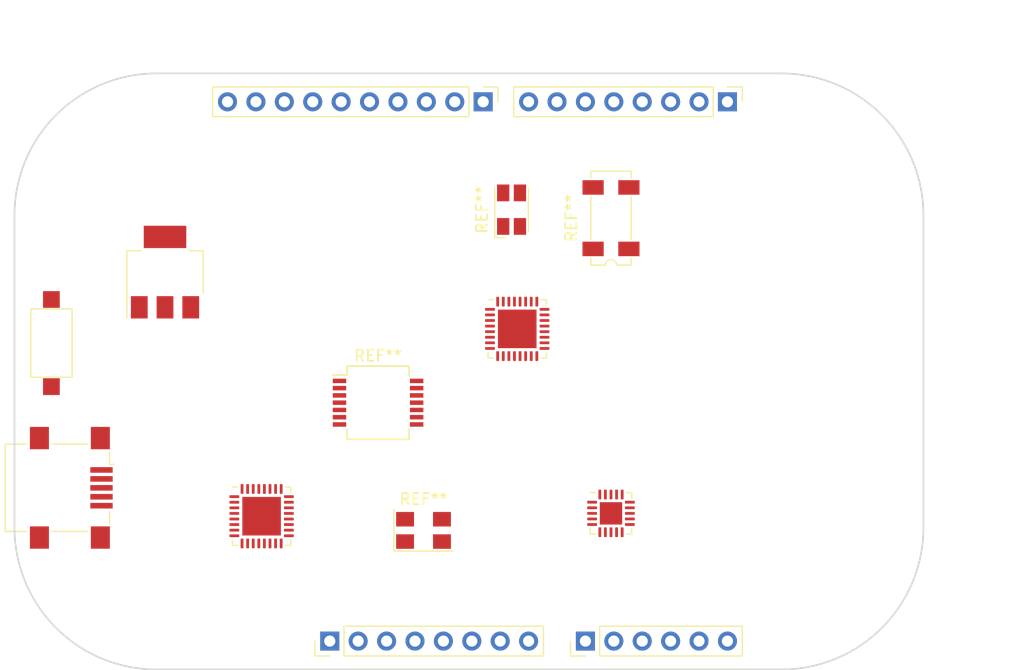
<source format=kicad_pcb>
(kicad_pcb (version 20171130) (host pcbnew 5.1.10-1.fc33)

  (general
    (thickness 1.6)
    (drawings 11)
    (tracks 0)
    (zones 0)
    (modules 14)
    (nets 1)
  )

  (page A4)
  (layers
    (0 F.Cu signal)
    (31 B.Cu signal)
    (32 B.Adhes user)
    (33 F.Adhes user)
    (34 B.Paste user)
    (35 F.Paste user)
    (36 B.SilkS user)
    (37 F.SilkS user)
    (38 B.Mask user)
    (39 F.Mask user)
    (40 Dwgs.User user)
    (41 Cmts.User user)
    (42 Eco1.User user)
    (43 Eco2.User user)
    (44 Edge.Cuts user)
    (45 Margin user)
    (46 B.CrtYd user)
    (47 F.CrtYd user)
    (48 B.Fab user hide)
    (49 F.Fab user hide)
  )

  (setup
    (last_trace_width 0.25)
    (trace_clearance 0.2)
    (zone_clearance 0.508)
    (zone_45_only no)
    (trace_min 0.2)
    (via_size 0.8)
    (via_drill 0.4)
    (via_min_size 0.4)
    (via_min_drill 0.3)
    (uvia_size 0.3)
    (uvia_drill 0.1)
    (uvias_allowed no)
    (uvia_min_size 0.2)
    (uvia_min_drill 0.1)
    (edge_width 0.05)
    (segment_width 0.2)
    (pcb_text_width 0.3)
    (pcb_text_size 1.5 1.5)
    (mod_edge_width 0.12)
    (mod_text_size 1 1)
    (mod_text_width 0.15)
    (pad_size 1.524 1.524)
    (pad_drill 0.762)
    (pad_to_mask_clearance 0)
    (aux_axis_origin 143.764 118.11)
    (visible_elements FFFFFF7F)
    (pcbplotparams
      (layerselection 0x010fc_ffffffff)
      (usegerberextensions false)
      (usegerberattributes true)
      (usegerberadvancedattributes true)
      (creategerberjobfile true)
      (excludeedgelayer true)
      (linewidth 0.100000)
      (plotframeref false)
      (viasonmask false)
      (mode 1)
      (useauxorigin false)
      (hpglpennumber 1)
      (hpglpenspeed 20)
      (hpglpendiameter 15.000000)
      (psnegative false)
      (psa4output false)
      (plotreference true)
      (plotvalue true)
      (plotinvisibletext false)
      (padsonsilk false)
      (subtractmaskfromsilk false)
      (outputformat 1)
      (mirror false)
      (drillshape 1)
      (scaleselection 1)
      (outputdirectory ""))
  )

  (net 0 "")

  (net_class Default "This is the default net class."
    (clearance 0.2)
    (trace_width 0.25)
    (via_dia 0.8)
    (via_drill 0.4)
    (uvia_dia 0.3)
    (uvia_drill 0.1)
  )

  (module Package_DFN_QFN:QFN-20-1EP_3.5x3.5mm_P0.5mm_EP2x2mm (layer F.Cu) (tedit 5DC5F6A3) (tstamp 619A4301)
    (at 168.91 106.68)
    (descr "QFN, 20 Pin (http://www.ti.com/lit/ml/mpqf239/mpqf239.pdf), generated with kicad-footprint-generator ipc_noLead_generator.py")
    (tags "QFN NoLead")
    (attr smd)
    (fp_text reference REF** (at 0 -3.08) (layer F.SilkS) hide
      (effects (font (size 1 1) (thickness 0.15)))
    )
    (fp_text value QFN-20-1EP_3.5x3.5mm_P0.5mm_EP2x2mm (at 0 3.08) (layer F.Fab) hide
      (effects (font (size 1 1) (thickness 0.15)))
    )
    (fp_line (start 2.38 -2.38) (end -2.38 -2.38) (layer F.CrtYd) (width 0.05))
    (fp_line (start 2.38 2.38) (end 2.38 -2.38) (layer F.CrtYd) (width 0.05))
    (fp_line (start -2.38 2.38) (end 2.38 2.38) (layer F.CrtYd) (width 0.05))
    (fp_line (start -2.38 -2.38) (end -2.38 2.38) (layer F.CrtYd) (width 0.05))
    (fp_line (start -1.75 -0.875) (end -0.875 -1.75) (layer F.Fab) (width 0.1))
    (fp_line (start -1.75 1.75) (end -1.75 -0.875) (layer F.Fab) (width 0.1))
    (fp_line (start 1.75 1.75) (end -1.75 1.75) (layer F.Fab) (width 0.1))
    (fp_line (start 1.75 -1.75) (end 1.75 1.75) (layer F.Fab) (width 0.1))
    (fp_line (start -0.875 -1.75) (end 1.75 -1.75) (layer F.Fab) (width 0.1))
    (fp_line (start -1.385 -1.86) (end -1.86 -1.86) (layer F.SilkS) (width 0.12))
    (fp_line (start 1.86 1.86) (end 1.86 1.385) (layer F.SilkS) (width 0.12))
    (fp_line (start 1.385 1.86) (end 1.86 1.86) (layer F.SilkS) (width 0.12))
    (fp_line (start -1.86 1.86) (end -1.86 1.385) (layer F.SilkS) (width 0.12))
    (fp_line (start -1.385 1.86) (end -1.86 1.86) (layer F.SilkS) (width 0.12))
    (fp_line (start 1.86 -1.86) (end 1.86 -1.385) (layer F.SilkS) (width 0.12))
    (fp_line (start 1.385 -1.86) (end 1.86 -1.86) (layer F.SilkS) (width 0.12))
    (fp_text user %R (at 0 0) (layer F.Fab) hide
      (effects (font (size 0.88 0.88) (thickness 0.13)))
    )
    (pad "" smd roundrect (at 0.5 0.5) (size 0.81 0.81) (layers F.Paste) (roundrect_rratio 0.25))
    (pad "" smd roundrect (at 0.5 -0.5) (size 0.81 0.81) (layers F.Paste) (roundrect_rratio 0.25))
    (pad "" smd roundrect (at -0.5 0.5) (size 0.81 0.81) (layers F.Paste) (roundrect_rratio 0.25))
    (pad "" smd roundrect (at -0.5 -0.5) (size 0.81 0.81) (layers F.Paste) (roundrect_rratio 0.25))
    (pad 21 smd rect (at 0 0) (size 2 2) (layers F.Cu F.Mask))
    (pad 20 smd roundrect (at -1 -1.6875) (size 0.25 0.875) (layers F.Cu F.Paste F.Mask) (roundrect_rratio 0.25))
    (pad 19 smd roundrect (at -0.5 -1.6875) (size 0.25 0.875) (layers F.Cu F.Paste F.Mask) (roundrect_rratio 0.25))
    (pad 18 smd roundrect (at 0 -1.6875) (size 0.25 0.875) (layers F.Cu F.Paste F.Mask) (roundrect_rratio 0.25))
    (pad 17 smd roundrect (at 0.5 -1.6875) (size 0.25 0.875) (layers F.Cu F.Paste F.Mask) (roundrect_rratio 0.25))
    (pad 16 smd roundrect (at 1 -1.6875) (size 0.25 0.875) (layers F.Cu F.Paste F.Mask) (roundrect_rratio 0.25))
    (pad 15 smd roundrect (at 1.6875 -1) (size 0.875 0.25) (layers F.Cu F.Paste F.Mask) (roundrect_rratio 0.25))
    (pad 14 smd roundrect (at 1.6875 -0.5) (size 0.875 0.25) (layers F.Cu F.Paste F.Mask) (roundrect_rratio 0.25))
    (pad 13 smd roundrect (at 1.6875 0) (size 0.875 0.25) (layers F.Cu F.Paste F.Mask) (roundrect_rratio 0.25))
    (pad 12 smd roundrect (at 1.6875 0.5) (size 0.875 0.25) (layers F.Cu F.Paste F.Mask) (roundrect_rratio 0.25))
    (pad 11 smd roundrect (at 1.6875 1) (size 0.875 0.25) (layers F.Cu F.Paste F.Mask) (roundrect_rratio 0.25))
    (pad 10 smd roundrect (at 1 1.6875) (size 0.25 0.875) (layers F.Cu F.Paste F.Mask) (roundrect_rratio 0.25))
    (pad 9 smd roundrect (at 0.5 1.6875) (size 0.25 0.875) (layers F.Cu F.Paste F.Mask) (roundrect_rratio 0.25))
    (pad 8 smd roundrect (at 0 1.6875) (size 0.25 0.875) (layers F.Cu F.Paste F.Mask) (roundrect_rratio 0.25))
    (pad 7 smd roundrect (at -0.5 1.6875) (size 0.25 0.875) (layers F.Cu F.Paste F.Mask) (roundrect_rratio 0.25))
    (pad 6 smd roundrect (at -1 1.6875) (size 0.25 0.875) (layers F.Cu F.Paste F.Mask) (roundrect_rratio 0.25))
    (pad 5 smd roundrect (at -1.6875 1) (size 0.875 0.25) (layers F.Cu F.Paste F.Mask) (roundrect_rratio 0.25))
    (pad 4 smd roundrect (at -1.6875 0.5) (size 0.875 0.25) (layers F.Cu F.Paste F.Mask) (roundrect_rratio 0.25))
    (pad 3 smd roundrect (at -1.6875 0) (size 0.875 0.25) (layers F.Cu F.Paste F.Mask) (roundrect_rratio 0.25))
    (pad 2 smd roundrect (at -1.6875 -0.5) (size 0.875 0.25) (layers F.Cu F.Paste F.Mask) (roundrect_rratio 0.25))
    (pad 1 smd roundrect (at -1.6875 -1) (size 0.875 0.25) (layers F.Cu F.Paste F.Mask) (roundrect_rratio 0.25))
    (model ${KISYS3DMOD}/Package_DFN_QFN.3dshapes/QFN-20-1EP_3.5x3.5mm_P0.5mm_EP2x2mm.wrl
      (at (xyz 0 0 0))
      (scale (xyz 1 1 1))
      (rotate (xyz 0 0 0))
    )
    (model ${KISYS3DMOD}/Package_DFN_QFN.3dshapes/QFN-20-1EP_4x4mm_P0.5mm.step
      (at (xyz 0 0 0))
      (scale (xyz 1 1 1))
      (rotate (xyz 0 0 0))
    )
  )

  (module Crystal:Crystal_SMD_SeikoEpson_MC306-4Pin_8.0x3.2mm (layer F.Cu) (tedit 5A0FD1B2) (tstamp 619A3DFE)
    (at 168.91 80.264 90)
    (descr "SMD Crystal Seiko Epson MC-306 https://support.epson.biz/td/api/doc_check.php?dl=brief_MC-306_en.pdf, 8.0x3.2mm^2 package")
    (tags "SMD SMT crystal")
    (attr smd)
    (fp_text reference REF** (at 0 -3.55 90) (layer F.SilkS)
      (effects (font (size 1 1) (thickness 0.15)))
    )
    (fp_text value Crystal_SMD_SeikoEpson_MC306-4Pin_8.0x3.2mm (at 0 3.55 90) (layer F.Fab)
      (effects (font (size 1 1) (thickness 0.15)))
    )
    (fp_line (start 4.3 -2.8) (end -4.3 -2.8) (layer F.CrtYd) (width 0.05))
    (fp_line (start 4.3 2.8) (end 4.3 -2.8) (layer F.CrtYd) (width 0.05))
    (fp_line (start -4.3 2.8) (end 4.3 2.8) (layer F.CrtYd) (width 0.05))
    (fp_line (start -4.3 -2.8) (end -4.3 2.8) (layer F.CrtYd) (width 0.05))
    (fp_line (start 1.9 1.8) (end -1.9 1.8) (layer F.SilkS) (width 0.12))
    (fp_line (start -4.2 1.8) (end -3.6 1.8) (layer F.SilkS) (width 0.12))
    (fp_line (start -4.2 -1.8) (end -3.6 -1.8) (layer F.SilkS) (width 0.12))
    (fp_line (start -4.2 1.8) (end -4.2 0.5) (layer F.SilkS) (width 0.12))
    (fp_line (start -4.2 -0.5) (end -4.2 -1.8) (layer F.SilkS) (width 0.12))
    (fp_line (start -1.9 -1.8) (end 1.9 -1.8) (layer F.SilkS) (width 0.12))
    (fp_line (start 4.2 1.8) (end 3.6 1.8) (layer F.SilkS) (width 0.12))
    (fp_line (start 4.2 -1.8) (end 4.2 1.8) (layer F.SilkS) (width 0.12))
    (fp_line (start 3.6 -1.8) (end 4.2 -1.8) (layer F.SilkS) (width 0.12))
    (fp_line (start -4 1.6) (end -4 0.5) (layer F.Fab) (width 0.1))
    (fp_line (start 4 1.6) (end -4 1.6) (layer F.Fab) (width 0.1))
    (fp_line (start 4 -1.6) (end 4 1.6) (layer F.Fab) (width 0.1))
    (fp_line (start -4 -1.6) (end 4 -1.6) (layer F.Fab) (width 0.1))
    (fp_line (start -4 -0.5) (end -4 -1.6) (layer F.Fab) (width 0.1))
    (fp_arc (start -4.2 0) (end -4.2 -0.5) (angle 180) (layer F.SilkS) (width 0.12))
    (fp_arc (start -4 0) (end -4 -0.5) (angle 180) (layer F.Fab) (width 0.1))
    (fp_text user %R (at 0 0 90) (layer F.Fab)
      (effects (font (size 1 1) (thickness 0.15)))
    )
    (pad 4 smd rect (at -2.75 -1.6 90) (size 1.3 1.9) (layers F.Cu F.Paste F.Mask))
    (pad 3 smd rect (at 2.75 -1.6 90) (size 1.3 1.9) (layers F.Cu F.Paste F.Mask))
    (pad 2 smd rect (at 2.75 1.6 90) (size 1.3 1.9) (layers F.Cu F.Paste F.Mask))
    (pad 1 smd rect (at -2.75 1.6 90) (size 1.3 1.9) (layers F.Cu F.Paste F.Mask))
    (model ${KISYS3DMOD}/Crystal.3dshapes/Crystal_SMD_SeikoEpson_MC306-4Pin_8.0x3.2mm.wrl
      (at (xyz 0 0 0))
      (scale (xyz 1 1 1))
      (rotate (xyz 0 0 0))
    )
    (model ${KIPRJMOD}/crystal.step
      (offset (xyz 3 -40 1))
      (scale (xyz 1 1 1))
      (rotate (xyz -90 0 90))
    )
  )

  (module Crystal:Crystal_SMD_5032-4Pin_5.0x3.2mm (layer F.Cu) (tedit 5A0FD1B2) (tstamp 619A2BF7)
    (at 152.146 108.204)
    (descr "SMD Crystal SERIES SMD2520/4 http://www.icbase.com/File/PDF/HKC/HKC00061008.pdf, 5.0x3.2mm^2 package")
    (tags "SMD SMT crystal")
    (attr smd)
    (fp_text reference REF** (at 0 -2.8) (layer F.SilkS)
      (effects (font (size 1 1) (thickness 0.15)))
    )
    (fp_text value Crystal_SMD_5032-4Pin_5.0x3.2mm (at 0 2.8) (layer F.Fab)
      (effects (font (size 1 1) (thickness 0.15)))
    )
    (fp_line (start 2.8 -1.9) (end -2.8 -1.9) (layer F.CrtYd) (width 0.05))
    (fp_line (start 2.8 1.9) (end 2.8 -1.9) (layer F.CrtYd) (width 0.05))
    (fp_line (start -2.8 1.9) (end 2.8 1.9) (layer F.CrtYd) (width 0.05))
    (fp_line (start -2.8 -1.9) (end -2.8 1.9) (layer F.CrtYd) (width 0.05))
    (fp_line (start -2.65 1.85) (end 2.65 1.85) (layer F.SilkS) (width 0.12))
    (fp_line (start -2.65 -1.85) (end -2.65 1.85) (layer F.SilkS) (width 0.12))
    (fp_line (start -2.5 0.6) (end -1.5 1.6) (layer F.Fab) (width 0.1))
    (fp_line (start -2.5 -1.4) (end -2.3 -1.6) (layer F.Fab) (width 0.1))
    (fp_line (start -2.5 1.4) (end -2.5 -1.4) (layer F.Fab) (width 0.1))
    (fp_line (start -2.3 1.6) (end -2.5 1.4) (layer F.Fab) (width 0.1))
    (fp_line (start 2.3 1.6) (end -2.3 1.6) (layer F.Fab) (width 0.1))
    (fp_line (start 2.5 1.4) (end 2.3 1.6) (layer F.Fab) (width 0.1))
    (fp_line (start 2.5 -1.4) (end 2.5 1.4) (layer F.Fab) (width 0.1))
    (fp_line (start 2.3 -1.6) (end 2.5 -1.4) (layer F.Fab) (width 0.1))
    (fp_line (start -2.3 -1.6) (end 2.3 -1.6) (layer F.Fab) (width 0.1))
    (fp_text user %R (at 0 0) (layer F.Fab)
      (effects (font (size 1 1) (thickness 0.15)))
    )
    (pad 4 smd rect (at -1.65 -1) (size 1.6 1.3) (layers F.Cu F.Paste F.Mask))
    (pad 3 smd rect (at 1.65 -1) (size 1.6 1.3) (layers F.Cu F.Paste F.Mask))
    (pad 2 smd rect (at 1.65 1) (size 1.6 1.3) (layers F.Cu F.Paste F.Mask))
    (pad 1 smd rect (at -1.65 1) (size 1.6 1.3) (layers F.Cu F.Paste F.Mask))
    (model ${KISYS3DMOD}/Crystal.3dshapes/Crystal_SMD_5032-4Pin_5.0x3.2mm.wrl
      (at (xyz 0 0 0))
      (scale (xyz 1 1 1))
      (rotate (xyz 0 0 0))
    )
    (model ${KISYS3DMOD}/Crystal.3dshapes/Crystal_SMD_3225-4Pin_3.2x2.5mm_HandSoldering.wrl
      (at (xyz 0 0 0))
      (scale (xyz 1 1 1))
      (rotate (xyz 0 0 0))
    )
  )

  (module LED_SMD:LED_Avago_PLCC4_3.2x2.8mm_CW (layer F.Cu) (tedit 5A643BA3) (tstamp 619A0ADF)
    (at 160.02 79.502 90)
    (descr https://docs.broadcom.com/docs/AV02-4186EN)
    (tags "LED Avago PLCC-4 ASMB-MTB0-0A3A2")
    (attr smd)
    (fp_text reference REF** (at 0 -2.65 90) (layer F.SilkS)
      (effects (font (size 1 1) (thickness 0.15)))
    )
    (fp_text value LED_Avago_PLCC4_3.2x2.8mm_CW (at 0 2.65 90) (layer F.Fab)
      (effects (font (size 1 1) (thickness 0.15)))
    )
    (fp_circle (center 0 0) (end 1.12 0) (layer F.Fab) (width 0.1))
    (fp_line (start 2.5 1.65) (end -2.5 1.65) (layer F.CrtYd) (width 0.05))
    (fp_line (start 2.5 1.65) (end 2.5 -1.65) (layer F.CrtYd) (width 0.05))
    (fp_line (start -2.5 -1.65) (end -2.5 1.65) (layer F.CrtYd) (width 0.05))
    (fp_line (start -2.5 -1.65) (end 2.5 -1.65) (layer F.CrtYd) (width 0.05))
    (fp_line (start -1.95 1.5) (end 1.95 1.5) (layer F.SilkS) (width 0.12))
    (fp_line (start -2.500044 -1.5) (end 1.95 -1.5) (layer F.SilkS) (width 0.12))
    (fp_line (start -2.5 -0.7) (end -2.5 -1.5) (layer F.SilkS) (width 0.12))
    (fp_line (start 1.6 -1.4) (end -1.6 -1.4) (layer F.Fab) (width 0.1))
    (fp_line (start 1.6 1.4) (end 1.6 -1.4) (layer F.Fab) (width 0.1))
    (fp_line (start -1.6 1.4) (end 1.6 1.4) (layer F.Fab) (width 0.1))
    (fp_line (start -1.6 -1.4) (end -1.6 1.4) (layer F.Fab) (width 0.1))
    (fp_line (start -0.6 -1.4) (end -1.6 -0.4) (layer F.Fab) (width 0.1))
    (fp_text user %R (at 0 0 90) (layer F.Fab)
      (effects (font (size 0.5 0.5) (thickness 0.075)))
    )
    (pad 4 smd rect (at -1.5 0.75 90) (size 1.5 1.1) (layers F.Cu F.Paste F.Mask))
    (pad 3 smd rect (at 1.5 0.75 90) (size 1.5 1.1) (layers F.Cu F.Paste F.Mask))
    (pad 2 smd rect (at 1.5 -0.75 90) (size 1.5 1.1) (layers F.Cu F.Paste F.Mask))
    (pad 1 smd rect (at -1.5 -0.75 90) (size 1.5 1.1) (layers F.Cu F.Paste F.Mask))
    (model ${KISYS3DMOD}/LED_SMD.3dshapes/LED_Avago_PLCC4_3.2x2.8mm_CW.wrl
      (at (xyz 0 0 0))
      (scale (xyz 1 1 1))
      (rotate (xyz 0 0 0))
    )
    (model ${KIPRJMOD}/led.step
      (at (xyz 0 0 0))
      (scale (xyz 1 1 1))
      (rotate (xyz 0 0 0))
    )
  )

  (module Package_DFN_QFN:QFN-32-1EP_5x5mm_P0.5mm_EP3.45x3.45mm (layer F.Cu) (tedit 5DC5F6A4) (tstamp 619A05D2)
    (at 160.528 90.17)
    (descr "QFN, 32 Pin (http://www.analog.com/media/en/package-pcb-resources/package/pkg_pdf/ltc-legacy-qfn/QFN_32_05-08-1693.pdf), generated with kicad-footprint-generator ipc_noLead_generator.py")
    (tags "QFN NoLead")
    (attr smd)
    (fp_text reference REF** (at 0 -3.82) (layer F.SilkS) hide
      (effects (font (size 1 1) (thickness 0.15)))
    )
    (fp_text value QFN-32-1EP_5x5mm_P0.5mm_EP3.45x3.45mm (at 0 3.82) (layer F.Fab) hide
      (effects (font (size 1 1) (thickness 0.15)))
    )
    (fp_line (start 2.135 -2.61) (end 2.61 -2.61) (layer F.SilkS) (width 0.12))
    (fp_line (start 2.61 -2.61) (end 2.61 -2.135) (layer F.SilkS) (width 0.12))
    (fp_line (start -2.135 2.61) (end -2.61 2.61) (layer F.SilkS) (width 0.12))
    (fp_line (start -2.61 2.61) (end -2.61 2.135) (layer F.SilkS) (width 0.12))
    (fp_line (start 2.135 2.61) (end 2.61 2.61) (layer F.SilkS) (width 0.12))
    (fp_line (start 2.61 2.61) (end 2.61 2.135) (layer F.SilkS) (width 0.12))
    (fp_line (start -2.135 -2.61) (end -2.61 -2.61) (layer F.SilkS) (width 0.12))
    (fp_line (start -1.5 -2.5) (end 2.5 -2.5) (layer F.Fab) (width 0.1))
    (fp_line (start 2.5 -2.5) (end 2.5 2.5) (layer F.Fab) (width 0.1))
    (fp_line (start 2.5 2.5) (end -2.5 2.5) (layer F.Fab) (width 0.1))
    (fp_line (start -2.5 2.5) (end -2.5 -1.5) (layer F.Fab) (width 0.1))
    (fp_line (start -2.5 -1.5) (end -1.5 -2.5) (layer F.Fab) (width 0.1))
    (fp_line (start -3.12 -3.12) (end -3.12 3.12) (layer F.CrtYd) (width 0.05))
    (fp_line (start -3.12 3.12) (end 3.12 3.12) (layer F.CrtYd) (width 0.05))
    (fp_line (start 3.12 3.12) (end 3.12 -3.12) (layer F.CrtYd) (width 0.05))
    (fp_line (start 3.12 -3.12) (end -3.12 -3.12) (layer F.CrtYd) (width 0.05))
    (fp_text user %R (at 0 0) (layer F.Fab) hide
      (effects (font (size 1 1) (thickness 0.15)))
    )
    (pad 1 smd roundrect (at -2.4375 -1.75) (size 0.875 0.25) (layers F.Cu F.Paste F.Mask) (roundrect_rratio 0.25))
    (pad 2 smd roundrect (at -2.4375 -1.25) (size 0.875 0.25) (layers F.Cu F.Paste F.Mask) (roundrect_rratio 0.25))
    (pad 3 smd roundrect (at -2.4375 -0.75) (size 0.875 0.25) (layers F.Cu F.Paste F.Mask) (roundrect_rratio 0.25))
    (pad 4 smd roundrect (at -2.4375 -0.25) (size 0.875 0.25) (layers F.Cu F.Paste F.Mask) (roundrect_rratio 0.25))
    (pad 5 smd roundrect (at -2.4375 0.25) (size 0.875 0.25) (layers F.Cu F.Paste F.Mask) (roundrect_rratio 0.25))
    (pad 6 smd roundrect (at -2.4375 0.75) (size 0.875 0.25) (layers F.Cu F.Paste F.Mask) (roundrect_rratio 0.25))
    (pad 7 smd roundrect (at -2.4375 1.25) (size 0.875 0.25) (layers F.Cu F.Paste F.Mask) (roundrect_rratio 0.25))
    (pad 8 smd roundrect (at -2.4375 1.75) (size 0.875 0.25) (layers F.Cu F.Paste F.Mask) (roundrect_rratio 0.25))
    (pad 9 smd roundrect (at -1.75 2.4375) (size 0.25 0.875) (layers F.Cu F.Paste F.Mask) (roundrect_rratio 0.25))
    (pad 10 smd roundrect (at -1.25 2.4375) (size 0.25 0.875) (layers F.Cu F.Paste F.Mask) (roundrect_rratio 0.25))
    (pad 11 smd roundrect (at -0.75 2.4375) (size 0.25 0.875) (layers F.Cu F.Paste F.Mask) (roundrect_rratio 0.25))
    (pad 12 smd roundrect (at -0.25 2.4375) (size 0.25 0.875) (layers F.Cu F.Paste F.Mask) (roundrect_rratio 0.25))
    (pad 13 smd roundrect (at 0.25 2.4375) (size 0.25 0.875) (layers F.Cu F.Paste F.Mask) (roundrect_rratio 0.25))
    (pad 14 smd roundrect (at 0.75 2.4375) (size 0.25 0.875) (layers F.Cu F.Paste F.Mask) (roundrect_rratio 0.25))
    (pad 15 smd roundrect (at 1.25 2.4375) (size 0.25 0.875) (layers F.Cu F.Paste F.Mask) (roundrect_rratio 0.25))
    (pad 16 smd roundrect (at 1.75 2.4375) (size 0.25 0.875) (layers F.Cu F.Paste F.Mask) (roundrect_rratio 0.25))
    (pad 17 smd roundrect (at 2.4375 1.75) (size 0.875 0.25) (layers F.Cu F.Paste F.Mask) (roundrect_rratio 0.25))
    (pad 18 smd roundrect (at 2.4375 1.25) (size 0.875 0.25) (layers F.Cu F.Paste F.Mask) (roundrect_rratio 0.25))
    (pad 19 smd roundrect (at 2.4375 0.75) (size 0.875 0.25) (layers F.Cu F.Paste F.Mask) (roundrect_rratio 0.25))
    (pad 20 smd roundrect (at 2.4375 0.25) (size 0.875 0.25) (layers F.Cu F.Paste F.Mask) (roundrect_rratio 0.25))
    (pad 21 smd roundrect (at 2.4375 -0.25) (size 0.875 0.25) (layers F.Cu F.Paste F.Mask) (roundrect_rratio 0.25))
    (pad 22 smd roundrect (at 2.4375 -0.75) (size 0.875 0.25) (layers F.Cu F.Paste F.Mask) (roundrect_rratio 0.25))
    (pad 23 smd roundrect (at 2.4375 -1.25) (size 0.875 0.25) (layers F.Cu F.Paste F.Mask) (roundrect_rratio 0.25))
    (pad 24 smd roundrect (at 2.4375 -1.75) (size 0.875 0.25) (layers F.Cu F.Paste F.Mask) (roundrect_rratio 0.25))
    (pad 25 smd roundrect (at 1.75 -2.4375) (size 0.25 0.875) (layers F.Cu F.Paste F.Mask) (roundrect_rratio 0.25))
    (pad 26 smd roundrect (at 1.25 -2.4375) (size 0.25 0.875) (layers F.Cu F.Paste F.Mask) (roundrect_rratio 0.25))
    (pad 27 smd roundrect (at 0.75 -2.4375) (size 0.25 0.875) (layers F.Cu F.Paste F.Mask) (roundrect_rratio 0.25))
    (pad 28 smd roundrect (at 0.25 -2.4375) (size 0.25 0.875) (layers F.Cu F.Paste F.Mask) (roundrect_rratio 0.25))
    (pad 29 smd roundrect (at -0.25 -2.4375) (size 0.25 0.875) (layers F.Cu F.Paste F.Mask) (roundrect_rratio 0.25))
    (pad 30 smd roundrect (at -0.75 -2.4375) (size 0.25 0.875) (layers F.Cu F.Paste F.Mask) (roundrect_rratio 0.25))
    (pad 31 smd roundrect (at -1.25 -2.4375) (size 0.25 0.875) (layers F.Cu F.Paste F.Mask) (roundrect_rratio 0.25))
    (pad 32 smd roundrect (at -1.75 -2.4375) (size 0.25 0.875) (layers F.Cu F.Paste F.Mask) (roundrect_rratio 0.25))
    (pad 33 smd rect (at 0 0) (size 3.45 3.45) (layers F.Cu F.Mask))
    (pad "" smd roundrect (at -1.15 -1.15) (size 0.93 0.93) (layers F.Paste) (roundrect_rratio 0.25))
    (pad "" smd roundrect (at -1.15 0) (size 0.93 0.93) (layers F.Paste) (roundrect_rratio 0.25))
    (pad "" smd roundrect (at -1.15 1.15) (size 0.93 0.93) (layers F.Paste) (roundrect_rratio 0.25))
    (pad "" smd roundrect (at 0 -1.15) (size 0.93 0.93) (layers F.Paste) (roundrect_rratio 0.25))
    (pad "" smd roundrect (at 0 0) (size 0.93 0.93) (layers F.Paste) (roundrect_rratio 0.25))
    (pad "" smd roundrect (at 0 1.15) (size 0.93 0.93) (layers F.Paste) (roundrect_rratio 0.25))
    (pad "" smd roundrect (at 1.15 -1.15) (size 0.93 0.93) (layers F.Paste) (roundrect_rratio 0.25))
    (pad "" smd roundrect (at 1.15 0) (size 0.93 0.93) (layers F.Paste) (roundrect_rratio 0.25))
    (pad "" smd roundrect (at 1.15 1.15) (size 0.93 0.93) (layers F.Paste) (roundrect_rratio 0.25))
    (model ${KISYS3DMOD}/Package_DFN_QFN.3dshapes/QFN-32-1EP_5x5mm_P0.5mm_EP3.45x3.45mm.wrl
      (at (xyz 0 0 0))
      (scale (xyz 1 1 1))
      (rotate (xyz 0 0 0))
    )
  )

  (module Package_SO:SSOP-14_5.3x6.2mm_P0.65mm (layer F.Cu) (tedit 5A02F25C) (tstamp 6199FE25)
    (at 148.082 96.774)
    (descr "SSOP14: plastic shrink small outline package; 14 leads; body width 5.3 mm; (see NXP SSOP-TSSOP-VSO-REFLOW.pdf and sot337-1_po.pdf)")
    (tags "SSOP 0.65")
    (attr smd)
    (fp_text reference REF** (at 0 -4.2) (layer F.SilkS)
      (effects (font (size 1 1) (thickness 0.15)))
    )
    (fp_text value SSOP-14_5.3x6.2mm_P0.65mm (at 0 4.2) (layer F.Fab)
      (effects (font (size 1 1) (thickness 0.15)))
    )
    (fp_line (start -2.775 -2.475) (end -4.05 -2.475) (layer F.SilkS) (width 0.15))
    (fp_line (start -2.775 3.275) (end 2.775 3.275) (layer F.SilkS) (width 0.15))
    (fp_line (start -2.775 -3.275) (end 2.775 -3.275) (layer F.SilkS) (width 0.15))
    (fp_line (start -2.775 3.275) (end -2.775 2.375) (layer F.SilkS) (width 0.15))
    (fp_line (start 2.775 3.275) (end 2.775 2.375) (layer F.SilkS) (width 0.15))
    (fp_line (start 2.775 -3.275) (end 2.775 -2.375) (layer F.SilkS) (width 0.15))
    (fp_line (start -2.775 -3.275) (end -2.775 -2.475) (layer F.SilkS) (width 0.15))
    (fp_line (start -4.3 3.45) (end 4.3 3.45) (layer F.CrtYd) (width 0.05))
    (fp_line (start -4.3 -3.45) (end 4.3 -3.45) (layer F.CrtYd) (width 0.05))
    (fp_line (start 4.3 -3.45) (end 4.3 3.45) (layer F.CrtYd) (width 0.05))
    (fp_line (start -4.3 -3.45) (end -4.3 3.45) (layer F.CrtYd) (width 0.05))
    (fp_line (start -2.65 -2.1) (end -1.65 -3.1) (layer F.Fab) (width 0.15))
    (fp_line (start -2.65 3.1) (end -2.65 -2.1) (layer F.Fab) (width 0.15))
    (fp_line (start 2.65 3.1) (end -2.65 3.1) (layer F.Fab) (width 0.15))
    (fp_line (start 2.65 -3.1) (end 2.65 3.1) (layer F.Fab) (width 0.15))
    (fp_line (start -1.65 -3.1) (end 2.65 -3.1) (layer F.Fab) (width 0.15))
    (fp_text user %R (at 0 0) (layer F.Fab)
      (effects (font (size 0.8 0.8) (thickness 0.15)))
    )
    (pad 14 smd rect (at 3.45 -1.95) (size 1.2 0.4) (layers F.Cu F.Paste F.Mask))
    (pad 13 smd rect (at 3.45 -1.3) (size 1.2 0.4) (layers F.Cu F.Paste F.Mask))
    (pad 12 smd rect (at 3.45 -0.65) (size 1.2 0.4) (layers F.Cu F.Paste F.Mask))
    (pad 11 smd rect (at 3.45 0) (size 1.2 0.4) (layers F.Cu F.Paste F.Mask))
    (pad 10 smd rect (at 3.45 0.65) (size 1.2 0.4) (layers F.Cu F.Paste F.Mask))
    (pad 9 smd rect (at 3.45 1.3) (size 1.2 0.4) (layers F.Cu F.Paste F.Mask))
    (pad 8 smd rect (at 3.45 1.95) (size 1.2 0.4) (layers F.Cu F.Paste F.Mask))
    (pad 7 smd rect (at -3.45 1.95) (size 1.2 0.4) (layers F.Cu F.Paste F.Mask))
    (pad 6 smd rect (at -3.45 1.3) (size 1.2 0.4) (layers F.Cu F.Paste F.Mask))
    (pad 5 smd rect (at -3.45 0.65) (size 1.2 0.4) (layers F.Cu F.Paste F.Mask))
    (pad 4 smd rect (at -3.45 0) (size 1.2 0.4) (layers F.Cu F.Paste F.Mask))
    (pad 3 smd rect (at -3.45 -0.65) (size 1.2 0.4) (layers F.Cu F.Paste F.Mask))
    (pad 2 smd rect (at -3.45 -1.3) (size 1.2 0.4) (layers F.Cu F.Paste F.Mask))
    (pad 1 smd rect (at -3.45 -1.95) (size 1.2 0.4) (layers F.Cu F.Paste F.Mask))
    (model ${KISYS3DMOD}/Package_SO.3dshapes/SSOP-14_5.3x6.2mm_P0.65mm.wrl
      (at (xyz 0 0 0))
      (scale (xyz 1 1 1))
      (rotate (xyz 0 0 0))
    )
  )

  (module Package_DFN_QFN:QFN-32-1EP_5x5mm_P0.5mm_EP3.45x3.45mm (layer F.Cu) (tedit 5DC5F6A4) (tstamp 6199F4D7)
    (at 137.668 106.934)
    (descr "QFN, 32 Pin (http://www.analog.com/media/en/package-pcb-resources/package/pkg_pdf/ltc-legacy-qfn/QFN_32_05-08-1693.pdf), generated with kicad-footprint-generator ipc_noLead_generator.py")
    (tags "QFN NoLead")
    (attr smd)
    (fp_text reference REF** (at 0 -3.82) (layer F.SilkS) hide
      (effects (font (size 1 1) (thickness 0.15)))
    )
    (fp_text value QFN-32-1EP_5x5mm_P0.5mm_EP3.45x3.45mm (at 0 3.82) (layer F.Fab) hide
      (effects (font (size 1 1) (thickness 0.15)))
    )
    (fp_line (start 3.12 -3.12) (end -3.12 -3.12) (layer F.CrtYd) (width 0.05))
    (fp_line (start 3.12 3.12) (end 3.12 -3.12) (layer F.CrtYd) (width 0.05))
    (fp_line (start -3.12 3.12) (end 3.12 3.12) (layer F.CrtYd) (width 0.05))
    (fp_line (start -3.12 -3.12) (end -3.12 3.12) (layer F.CrtYd) (width 0.05))
    (fp_line (start -2.5 -1.5) (end -1.5 -2.5) (layer F.Fab) (width 0.1))
    (fp_line (start -2.5 2.5) (end -2.5 -1.5) (layer F.Fab) (width 0.1))
    (fp_line (start 2.5 2.5) (end -2.5 2.5) (layer F.Fab) (width 0.1))
    (fp_line (start 2.5 -2.5) (end 2.5 2.5) (layer F.Fab) (width 0.1))
    (fp_line (start -1.5 -2.5) (end 2.5 -2.5) (layer F.Fab) (width 0.1))
    (fp_line (start -2.135 -2.61) (end -2.61 -2.61) (layer F.SilkS) (width 0.12))
    (fp_line (start 2.61 2.61) (end 2.61 2.135) (layer F.SilkS) (width 0.12))
    (fp_line (start 2.135 2.61) (end 2.61 2.61) (layer F.SilkS) (width 0.12))
    (fp_line (start -2.61 2.61) (end -2.61 2.135) (layer F.SilkS) (width 0.12))
    (fp_line (start -2.135 2.61) (end -2.61 2.61) (layer F.SilkS) (width 0.12))
    (fp_line (start 2.61 -2.61) (end 2.61 -2.135) (layer F.SilkS) (width 0.12))
    (fp_line (start 2.135 -2.61) (end 2.61 -2.61) (layer F.SilkS) (width 0.12))
    (fp_text user %R (at 0 0) (layer F.Fab) hide
      (effects (font (size 1 1) (thickness 0.15)))
    )
    (pad "" smd roundrect (at 1.15 1.15) (size 0.93 0.93) (layers F.Paste) (roundrect_rratio 0.25))
    (pad "" smd roundrect (at 1.15 0) (size 0.93 0.93) (layers F.Paste) (roundrect_rratio 0.25))
    (pad "" smd roundrect (at 1.15 -1.15) (size 0.93 0.93) (layers F.Paste) (roundrect_rratio 0.25))
    (pad "" smd roundrect (at 0 1.15) (size 0.93 0.93) (layers F.Paste) (roundrect_rratio 0.25))
    (pad "" smd roundrect (at 0 0) (size 0.93 0.93) (layers F.Paste) (roundrect_rratio 0.25))
    (pad "" smd roundrect (at 0 -1.15) (size 0.93 0.93) (layers F.Paste) (roundrect_rratio 0.25))
    (pad "" smd roundrect (at -1.15 1.15) (size 0.93 0.93) (layers F.Paste) (roundrect_rratio 0.25))
    (pad "" smd roundrect (at -1.15 0) (size 0.93 0.93) (layers F.Paste) (roundrect_rratio 0.25))
    (pad "" smd roundrect (at -1.15 -1.15) (size 0.93 0.93) (layers F.Paste) (roundrect_rratio 0.25))
    (pad 33 smd rect (at 0 0) (size 3.45 3.45) (layers F.Cu F.Mask))
    (pad 32 smd roundrect (at -1.75 -2.4375) (size 0.25 0.875) (layers F.Cu F.Paste F.Mask) (roundrect_rratio 0.25))
    (pad 31 smd roundrect (at -1.25 -2.4375) (size 0.25 0.875) (layers F.Cu F.Paste F.Mask) (roundrect_rratio 0.25))
    (pad 30 smd roundrect (at -0.75 -2.4375) (size 0.25 0.875) (layers F.Cu F.Paste F.Mask) (roundrect_rratio 0.25))
    (pad 29 smd roundrect (at -0.25 -2.4375) (size 0.25 0.875) (layers F.Cu F.Paste F.Mask) (roundrect_rratio 0.25))
    (pad 28 smd roundrect (at 0.25 -2.4375) (size 0.25 0.875) (layers F.Cu F.Paste F.Mask) (roundrect_rratio 0.25))
    (pad 27 smd roundrect (at 0.75 -2.4375) (size 0.25 0.875) (layers F.Cu F.Paste F.Mask) (roundrect_rratio 0.25))
    (pad 26 smd roundrect (at 1.25 -2.4375) (size 0.25 0.875) (layers F.Cu F.Paste F.Mask) (roundrect_rratio 0.25))
    (pad 25 smd roundrect (at 1.75 -2.4375) (size 0.25 0.875) (layers F.Cu F.Paste F.Mask) (roundrect_rratio 0.25))
    (pad 24 smd roundrect (at 2.4375 -1.75) (size 0.875 0.25) (layers F.Cu F.Paste F.Mask) (roundrect_rratio 0.25))
    (pad 23 smd roundrect (at 2.4375 -1.25) (size 0.875 0.25) (layers F.Cu F.Paste F.Mask) (roundrect_rratio 0.25))
    (pad 22 smd roundrect (at 2.4375 -0.75) (size 0.875 0.25) (layers F.Cu F.Paste F.Mask) (roundrect_rratio 0.25))
    (pad 21 smd roundrect (at 2.4375 -0.25) (size 0.875 0.25) (layers F.Cu F.Paste F.Mask) (roundrect_rratio 0.25))
    (pad 20 smd roundrect (at 2.4375 0.25) (size 0.875 0.25) (layers F.Cu F.Paste F.Mask) (roundrect_rratio 0.25))
    (pad 19 smd roundrect (at 2.4375 0.75) (size 0.875 0.25) (layers F.Cu F.Paste F.Mask) (roundrect_rratio 0.25))
    (pad 18 smd roundrect (at 2.4375 1.25) (size 0.875 0.25) (layers F.Cu F.Paste F.Mask) (roundrect_rratio 0.25))
    (pad 17 smd roundrect (at 2.4375 1.75) (size 0.875 0.25) (layers F.Cu F.Paste F.Mask) (roundrect_rratio 0.25))
    (pad 16 smd roundrect (at 1.75 2.4375) (size 0.25 0.875) (layers F.Cu F.Paste F.Mask) (roundrect_rratio 0.25))
    (pad 15 smd roundrect (at 1.25 2.4375) (size 0.25 0.875) (layers F.Cu F.Paste F.Mask) (roundrect_rratio 0.25))
    (pad 14 smd roundrect (at 0.75 2.4375) (size 0.25 0.875) (layers F.Cu F.Paste F.Mask) (roundrect_rratio 0.25))
    (pad 13 smd roundrect (at 0.25 2.4375) (size 0.25 0.875) (layers F.Cu F.Paste F.Mask) (roundrect_rratio 0.25))
    (pad 12 smd roundrect (at -0.25 2.4375) (size 0.25 0.875) (layers F.Cu F.Paste F.Mask) (roundrect_rratio 0.25))
    (pad 11 smd roundrect (at -0.75 2.4375) (size 0.25 0.875) (layers F.Cu F.Paste F.Mask) (roundrect_rratio 0.25))
    (pad 10 smd roundrect (at -1.25 2.4375) (size 0.25 0.875) (layers F.Cu F.Paste F.Mask) (roundrect_rratio 0.25))
    (pad 9 smd roundrect (at -1.75 2.4375) (size 0.25 0.875) (layers F.Cu F.Paste F.Mask) (roundrect_rratio 0.25))
    (pad 8 smd roundrect (at -2.4375 1.75) (size 0.875 0.25) (layers F.Cu F.Paste F.Mask) (roundrect_rratio 0.25))
    (pad 7 smd roundrect (at -2.4375 1.25) (size 0.875 0.25) (layers F.Cu F.Paste F.Mask) (roundrect_rratio 0.25))
    (pad 6 smd roundrect (at -2.4375 0.75) (size 0.875 0.25) (layers F.Cu F.Paste F.Mask) (roundrect_rratio 0.25))
    (pad 5 smd roundrect (at -2.4375 0.25) (size 0.875 0.25) (layers F.Cu F.Paste F.Mask) (roundrect_rratio 0.25))
    (pad 4 smd roundrect (at -2.4375 -0.25) (size 0.875 0.25) (layers F.Cu F.Paste F.Mask) (roundrect_rratio 0.25))
    (pad 3 smd roundrect (at -2.4375 -0.75) (size 0.875 0.25) (layers F.Cu F.Paste F.Mask) (roundrect_rratio 0.25))
    (pad 2 smd roundrect (at -2.4375 -1.25) (size 0.875 0.25) (layers F.Cu F.Paste F.Mask) (roundrect_rratio 0.25))
    (pad 1 smd roundrect (at -2.4375 -1.75) (size 0.875 0.25) (layers F.Cu F.Paste F.Mask) (roundrect_rratio 0.25))
    (model ${KISYS3DMOD}/Package_DFN_QFN.3dshapes/QFN-32-1EP_5x5mm_P0.5mm_EP3.45x3.45mm.wrl
      (at (xyz 0 0 0))
      (scale (xyz 1 1 1))
      (rotate (xyz 0 0 0))
    )
  )

  (module Package_TO_SOT_SMD:SOT-223 (layer F.Cu) (tedit 5A02FF57) (tstamp 6199EF88)
    (at 129.032 85.09 90)
    (descr "module CMS SOT223 4 pins")
    (tags "CMS SOT")
    (attr smd)
    (fp_text reference REF** (at 0 -4.5 90) (layer F.SilkS) hide
      (effects (font (size 1 1) (thickness 0.15)))
    )
    (fp_text value SOT-223 (at 0 4.5 90) (layer F.Fab) hide
      (effects (font (size 1 1) (thickness 0.15)))
    )
    (fp_line (start 1.85 -3.35) (end 1.85 3.35) (layer F.Fab) (width 0.1))
    (fp_line (start -1.85 3.35) (end 1.85 3.35) (layer F.Fab) (width 0.1))
    (fp_line (start -4.1 -3.41) (end 1.91 -3.41) (layer F.SilkS) (width 0.12))
    (fp_line (start -0.8 -3.35) (end 1.85 -3.35) (layer F.Fab) (width 0.1))
    (fp_line (start -1.85 3.41) (end 1.91 3.41) (layer F.SilkS) (width 0.12))
    (fp_line (start -1.85 -2.3) (end -1.85 3.35) (layer F.Fab) (width 0.1))
    (fp_line (start -4.4 -3.6) (end -4.4 3.6) (layer F.CrtYd) (width 0.05))
    (fp_line (start -4.4 3.6) (end 4.4 3.6) (layer F.CrtYd) (width 0.05))
    (fp_line (start 4.4 3.6) (end 4.4 -3.6) (layer F.CrtYd) (width 0.05))
    (fp_line (start 4.4 -3.6) (end -4.4 -3.6) (layer F.CrtYd) (width 0.05))
    (fp_line (start 1.91 -3.41) (end 1.91 -2.15) (layer F.SilkS) (width 0.12))
    (fp_line (start 1.91 3.41) (end 1.91 2.15) (layer F.SilkS) (width 0.12))
    (fp_line (start -1.85 -2.3) (end -0.8 -3.35) (layer F.Fab) (width 0.1))
    (fp_text user %R (at 0 0) (layer F.Fab) hide
      (effects (font (size 0.8 0.8) (thickness 0.12)))
    )
    (pad 1 smd rect (at -3.15 -2.3 90) (size 2 1.5) (layers F.Cu F.Paste F.Mask))
    (pad 3 smd rect (at -3.15 2.3 90) (size 2 1.5) (layers F.Cu F.Paste F.Mask))
    (pad 2 smd rect (at -3.15 0 90) (size 2 1.5) (layers F.Cu F.Paste F.Mask))
    (pad 4 smd rect (at 3.15 0 90) (size 2 3.8) (layers F.Cu F.Paste F.Mask))
    (model ${KISYS3DMOD}/Package_TO_SOT_SMD.3dshapes/SOT-223.wrl
      (at (xyz 0 0 0))
      (scale (xyz 1 1 1))
      (rotate (xyz 0 0 0))
    )
  )

  (module Button_Switch_SMD:SW_SPST_CK_RS282G05A3 (layer F.Cu) (tedit 5A7A67D2) (tstamp 6199DA61)
    (at 118.872 91.44 90)
    (descr https://www.mouser.com/ds/2/60/RS-282G05A-SM_RT-1159762.pdf)
    (tags "SPST button tactile switch")
    (attr smd)
    (fp_text reference REF** (at 0 -2.6 90) (layer F.SilkS) hide
      (effects (font (size 1 1) (thickness 0.15)))
    )
    (fp_text value SW_SPST_CK_RS282G05A3 (at 0 3 90) (layer F.Fab) hide
      (effects (font (size 1 1) (thickness 0.15)))
    )
    (fp_line (start 3 -1.8) (end 3 1.8) (layer F.Fab) (width 0.1))
    (fp_line (start -3 -1.8) (end -3 1.8) (layer F.Fab) (width 0.1))
    (fp_line (start -3 -1.8) (end 3 -1.8) (layer F.Fab) (width 0.1))
    (fp_line (start -3 1.8) (end 3 1.8) (layer F.Fab) (width 0.1))
    (fp_line (start -1.5 -0.8) (end -1.5 0.8) (layer F.Fab) (width 0.1))
    (fp_line (start 1.5 -0.8) (end 1.5 0.8) (layer F.Fab) (width 0.1))
    (fp_line (start -1.5 -0.8) (end 1.5 -0.8) (layer F.Fab) (width 0.1))
    (fp_line (start -1.5 0.8) (end 1.5 0.8) (layer F.Fab) (width 0.1))
    (fp_line (start -3.06 1.85) (end -3.06 -1.85) (layer F.SilkS) (width 0.12))
    (fp_line (start 3.06 1.85) (end -3.06 1.85) (layer F.SilkS) (width 0.12))
    (fp_line (start 3.06 -1.85) (end 3.06 1.85) (layer F.SilkS) (width 0.12))
    (fp_line (start -3.06 -1.85) (end 3.06 -1.85) (layer F.SilkS) (width 0.12))
    (fp_line (start -1.75 1) (end -1.75 -1) (layer F.Fab) (width 0.1))
    (fp_line (start 1.75 1) (end -1.75 1) (layer F.Fab) (width 0.1))
    (fp_line (start 1.75 -1) (end 1.75 1) (layer F.Fab) (width 0.1))
    (fp_line (start -1.75 -1) (end 1.75 -1) (layer F.Fab) (width 0.1))
    (fp_line (start -4.9 -2.05) (end 4.9 -2.05) (layer F.CrtYd) (width 0.05))
    (fp_line (start 4.9 -2.05) (end 4.9 2.05) (layer F.CrtYd) (width 0.05))
    (fp_line (start 4.9 2.05) (end -4.9 2.05) (layer F.CrtYd) (width 0.05))
    (fp_line (start -4.9 2.05) (end -4.9 -2.05) (layer F.CrtYd) (width 0.05))
    (fp_text user %R (at 0 -2.6 90) (layer F.Fab) hide
      (effects (font (size 1 1) (thickness 0.15)))
    )
    (pad 2 smd rect (at 3.9 0 90) (size 1.5 1.5) (layers F.Cu F.Paste F.Mask))
    (pad 1 smd rect (at -3.9 0 90) (size 1.5 1.5) (layers F.Cu F.Paste F.Mask))
    (model ${KISYS3DMOD}/Button_Switch_SMD.3dshapes/SW_SPST_CK_RS282G05A3.wrl
      (at (xyz 0 0 0))
      (scale (xyz 1 1 1))
      (rotate (xyz 0 0 0))
    )
    (model ${KIPRJMOD}/switch.step
      (offset (xyz 0 0 4))
      (scale (xyz 1 1 1))
      (rotate (xyz 0 0 0))
    )
  )

  (module Connector_USB:USB_Mini-B_Lumberg_2486_01_Horizontal locked (layer F.Cu) (tedit 5AC6B535) (tstamp 6199C2B8)
    (at 120.65 104.394 270)
    (descr "USB Mini-B 5-pin SMD connector, http://downloads.lumberg.com/datenblaetter/en/2486_01.pdf")
    (tags "USB USB_B USB_Mini connector")
    (attr smd)
    (fp_text reference REF** (at 0 -5 90) (layer F.SilkS) hide
      (effects (font (size 1 1) (thickness 0.15)))
    )
    (fp_text value USB_Mini-B_Lumberg_2486_01_Horizontal (at 0 7.5 90) (layer F.Fab) hide
      (effects (font (size 1 1) (thickness 0.15)))
    )
    (fp_line (start -4.35 6.35) (end -4.35 4.2) (layer F.CrtYd) (width 0.05))
    (fp_line (start -4.35 4.2) (end -5.95 4.2) (layer F.CrtYd) (width 0.05))
    (fp_line (start -5.95 1.5) (end -5.95 4.2) (layer F.CrtYd) (width 0.05))
    (fp_line (start -4.35 1.5) (end -5.95 1.5) (layer F.CrtYd) (width 0.05))
    (fp_line (start -4.35 -1.25) (end -4.35 1.5) (layer F.CrtYd) (width 0.05))
    (fp_line (start -4.35 -1.25) (end -5.95 -1.25) (layer F.CrtYd) (width 0.05))
    (fp_line (start -5.95 -3.95) (end -5.95 -1.25) (layer F.CrtYd) (width 0.05))
    (fp_line (start -5.95 -3.95) (end -2.35 -3.95) (layer F.CrtYd) (width 0.05))
    (fp_line (start -2.35 -3.95) (end -2.35 -4.2) (layer F.CrtYd) (width 0.05))
    (fp_line (start 5.95 -3.95) (end 5.95 -1.25) (layer F.CrtYd) (width 0.05))
    (fp_line (start 4.35 -1.25) (end 5.95 -1.25) (layer F.CrtYd) (width 0.05))
    (fp_line (start 4.35 -1.25) (end 4.35 1.5) (layer F.CrtYd) (width 0.05))
    (fp_line (start -1.95 -3.35) (end -1.6 -2.85) (layer F.Fab) (width 0.1))
    (fp_line (start 5.95 1.5) (end 5.95 4.2) (layer F.CrtYd) (width 0.05))
    (fp_line (start 5.95 -3.95) (end 2.35 -3.95) (layer F.CrtYd) (width 0.05))
    (fp_line (start -4.35 6.35) (end 4.35 6.35) (layer F.CrtYd) (width 0.05))
    (fp_line (start -3.85 -3.35) (end 3.85 -3.35) (layer F.Fab) (width 0.1))
    (fp_line (start -3.85 -3.35) (end -3.85 5.85) (layer F.Fab) (width 0.1))
    (fp_line (start -3.85 5.85) (end 3.85 5.85) (layer F.Fab) (width 0.1))
    (fp_line (start 3.85 5.85) (end 3.85 -3.35) (layer F.Fab) (width 0.1))
    (fp_line (start -3.91 5.91) (end -3.91 3.96) (layer F.SilkS) (width 0.12))
    (fp_line (start -3.91 1.74) (end -3.91 -1.49) (layer F.SilkS) (width 0.12))
    (fp_line (start -3.19 -3.41) (end -2.11 -3.41) (layer F.SilkS) (width 0.12))
    (fp_line (start 2.11 -3.41) (end 3.19 -3.41) (layer F.SilkS) (width 0.12))
    (fp_line (start 3.91 1.74) (end 3.91 -1.49) (layer F.SilkS) (width 0.12))
    (fp_line (start 3.91 5.91) (end 3.91 3.96) (layer F.SilkS) (width 0.12))
    (fp_line (start -2.11 -3.41) (end -2.11 -3.84) (layer F.SilkS) (width 0.12))
    (fp_line (start -1.6 -2.85) (end -1.25 -3.35) (layer F.Fab) (width 0.1))
    (fp_line (start 3.91 5.91) (end -3.91 5.91) (layer F.SilkS) (width 0.12))
    (fp_line (start 4.35 6.35) (end 4.35 4.2) (layer F.CrtYd) (width 0.05))
    (fp_line (start 4.35 4.2) (end 5.95 4.2) (layer F.CrtYd) (width 0.05))
    (fp_line (start 4.35 1.5) (end 5.95 1.5) (layer F.CrtYd) (width 0.05))
    (fp_line (start 2.35 -3.95) (end 2.35 -4.2) (layer F.CrtYd) (width 0.05))
    (fp_line (start 2.35 -4.2) (end -2.35 -4.2) (layer F.CrtYd) (width 0.05))
    (fp_text user %R (at 0 1.6 270) (layer F.Fab) hide
      (effects (font (size 1 1) (thickness 0.15)))
    )
    (pad "" np_thru_hole circle (at 2.2 0 270) (size 1 1) (drill 1) (layers *.Cu *.Mask))
    (pad "" np_thru_hole circle (at -2.2 0 270) (size 1 1) (drill 1) (layers *.Cu *.Mask))
    (pad 6 smd rect (at 4.45 2.85 270) (size 2 1.7) (layers F.Cu F.Paste F.Mask))
    (pad 6 smd rect (at 4.45 -2.6 270) (size 2 1.7) (layers F.Cu F.Paste F.Mask))
    (pad 6 smd rect (at -4.45 2.85 270) (size 2 1.7) (layers F.Cu F.Paste F.Mask))
    (pad 6 smd rect (at -4.45 -2.6 270) (size 2 1.7) (layers F.Cu F.Paste F.Mask))
    (pad 5 smd rect (at 1.6 -2.7 270) (size 0.5 2) (layers F.Cu F.Paste F.Mask))
    (pad 4 smd rect (at 0.8 -2.7 270) (size 0.5 2) (layers F.Cu F.Paste F.Mask))
    (pad 3 smd rect (at 0 -2.7 270) (size 0.5 2) (layers F.Cu F.Paste F.Mask))
    (pad 2 smd rect (at -0.8 -2.7 270) (size 0.5 2) (layers F.Cu F.Paste F.Mask))
    (pad 1 smd rect (at -1.6 -2.7 270) (size 0.5 2) (layers F.Cu F.Paste F.Mask))
    (model ${KISYS3DMOD}/Connector_USB.3dshapes/USB_Mini-B_Lumberg_2486_01_Horizontal.wrl
      (at (xyz 0 0 0))
      (scale (xyz 1 1 1))
      (rotate (xyz 0 0 0))
    )
  )

  (module Connector_PinHeader_2.54mm:PinHeader_1x06_P2.54mm_Vertical locked (layer F.Cu) (tedit 59FED5CC) (tstamp 6199ADE9)
    (at 166.624 118.11 90)
    (descr "Through hole straight pin header, 1x06, 2.54mm pitch, single row")
    (tags "Through hole pin header THT 1x06 2.54mm single row")
    (fp_text reference REF** (at 0 -2.33 90) (layer F.SilkS) hide
      (effects (font (size 1 1) (thickness 0.15)))
    )
    (fp_text value PinHeader_1x06_P2.54mm_Vertical (at 0 12.49 90) (layer F.Fab) hide
      (effects (font (size 1 1) (thickness 0.15)))
    )
    (fp_line (start 1.8 -1.8) (end -1.8 -1.8) (layer F.CrtYd) (width 0.05))
    (fp_line (start 1.8 14.5) (end 1.8 -1.8) (layer F.CrtYd) (width 0.05))
    (fp_line (start -1.8 14.5) (end 1.8 14.5) (layer F.CrtYd) (width 0.05))
    (fp_line (start -1.8 -1.8) (end -1.8 14.5) (layer F.CrtYd) (width 0.05))
    (fp_line (start -1.33 -1.33) (end 0 -1.33) (layer F.SilkS) (width 0.12))
    (fp_line (start -1.33 0) (end -1.33 -1.33) (layer F.SilkS) (width 0.12))
    (fp_line (start -1.33 1.27) (end 1.33 1.27) (layer F.SilkS) (width 0.12))
    (fp_line (start 1.33 1.27) (end 1.33 14.03) (layer F.SilkS) (width 0.12))
    (fp_line (start -1.33 1.27) (end -1.33 14.03) (layer F.SilkS) (width 0.12))
    (fp_line (start -1.33 14.03) (end 1.33 14.03) (layer F.SilkS) (width 0.12))
    (fp_line (start -1.27 -0.635) (end -0.635 -1.27) (layer F.Fab) (width 0.1))
    (fp_line (start -1.27 13.97) (end -1.27 -0.635) (layer F.Fab) (width 0.1))
    (fp_line (start 1.27 13.97) (end -1.27 13.97) (layer F.Fab) (width 0.1))
    (fp_line (start 1.27 -1.27) (end 1.27 13.97) (layer F.Fab) (width 0.1))
    (fp_line (start -0.635 -1.27) (end 1.27 -1.27) (layer F.Fab) (width 0.1))
    (fp_text user %R (at 0 5.08) (layer F.Fab) hide
      (effects (font (size 1 1) (thickness 0.15)))
    )
    (pad 6 thru_hole oval (at 0 12.7 90) (size 1.7 1.7) (drill 1) (layers *.Cu *.Mask))
    (pad 5 thru_hole oval (at 0 10.16 90) (size 1.7 1.7) (drill 1) (layers *.Cu *.Mask))
    (pad 4 thru_hole oval (at 0 7.62 90) (size 1.7 1.7) (drill 1) (layers *.Cu *.Mask))
    (pad 3 thru_hole oval (at 0 5.08 90) (size 1.7 1.7) (drill 1) (layers *.Cu *.Mask))
    (pad 2 thru_hole oval (at 0 2.54 90) (size 1.7 1.7) (drill 1) (layers *.Cu *.Mask))
    (pad 1 thru_hole rect (at 0 0 90) (size 1.7 1.7) (drill 1) (layers *.Cu *.Mask))
    (model ${KISYS3DMOD}/Connector_PinHeader_2.54mm.3dshapes/PinHeader_1x06_P2.54mm_Vertical.wrl
      (at (xyz 0 0 0))
      (scale (xyz 1 1 1))
      (rotate (xyz 0 0 0))
    )
    (model ${KISYS3DMOD}/Connector_PinHeader_2.54mm.3dshapes/PinHeader_1x06_P2.54mm_Vertical.wrl
      (offset (xyz 0 0 -1.6))
      (scale (xyz 1 1 1))
      (rotate (xyz 0 180 0))
    )
  )

  (module Connector_PinHeader_2.54mm:PinHeader_1x08_P2.54mm_Vertical locked (layer F.Cu) (tedit 59FED5CC) (tstamp 6199B164)
    (at 179.324 69.85 270)
    (descr "Through hole straight pin header, 1x08, 2.54mm pitch, single row")
    (tags "Through hole pin header THT 1x08 2.54mm single row")
    (fp_text reference REF** (at 0 -2.33 90) (layer F.SilkS) hide
      (effects (font (size 1 1) (thickness 0.15)))
    )
    (fp_text value PinHeader_1x08_P2.54mm_Vertical (at 0 20.11 90) (layer F.Fab) hide
      (effects (font (size 1 1) (thickness 0.15)))
    )
    (fp_line (start -0.635 -1.27) (end 1.27 -1.27) (layer F.Fab) (width 0.1))
    (fp_line (start 1.27 -1.27) (end 1.27 19.05) (layer F.Fab) (width 0.1))
    (fp_line (start 1.27 19.05) (end -1.27 19.05) (layer F.Fab) (width 0.1))
    (fp_line (start -1.27 19.05) (end -1.27 -0.635) (layer F.Fab) (width 0.1))
    (fp_line (start -1.27 -0.635) (end -0.635 -1.27) (layer F.Fab) (width 0.1))
    (fp_line (start -1.33 19.11) (end 1.33 19.11) (layer F.SilkS) (width 0.12))
    (fp_line (start -1.33 1.27) (end -1.33 19.11) (layer F.SilkS) (width 0.12))
    (fp_line (start 1.33 1.27) (end 1.33 19.11) (layer F.SilkS) (width 0.12))
    (fp_line (start -1.33 1.27) (end 1.33 1.27) (layer F.SilkS) (width 0.12))
    (fp_line (start -1.33 0) (end -1.33 -1.33) (layer F.SilkS) (width 0.12))
    (fp_line (start -1.33 -1.33) (end 0 -1.33) (layer F.SilkS) (width 0.12))
    (fp_line (start -1.8 -1.8) (end -1.8 19.55) (layer F.CrtYd) (width 0.05))
    (fp_line (start -1.8 19.55) (end 1.8 19.55) (layer F.CrtYd) (width 0.05))
    (fp_line (start 1.8 19.55) (end 1.8 -1.8) (layer F.CrtYd) (width 0.05))
    (fp_line (start 1.8 -1.8) (end -1.8 -1.8) (layer F.CrtYd) (width 0.05))
    (fp_text user %R (at 0 8.89) (layer F.Fab) hide
      (effects (font (size 1 1) (thickness 0.15)))
    )
    (pad 1 thru_hole rect (at 0 0 270) (size 1.7 1.7) (drill 1) (layers *.Cu *.Mask))
    (pad 2 thru_hole oval (at 0 2.54 270) (size 1.7 1.7) (drill 1) (layers *.Cu *.Mask))
    (pad 3 thru_hole oval (at 0 5.08 270) (size 1.7 1.7) (drill 1) (layers *.Cu *.Mask))
    (pad 4 thru_hole oval (at 0 7.62 270) (size 1.7 1.7) (drill 1) (layers *.Cu *.Mask))
    (pad 5 thru_hole oval (at 0 10.16 270) (size 1.7 1.7) (drill 1) (layers *.Cu *.Mask))
    (pad 6 thru_hole oval (at 0 12.7 270) (size 1.7 1.7) (drill 1) (layers *.Cu *.Mask))
    (pad 7 thru_hole oval (at 0 15.24 270) (size 1.7 1.7) (drill 1) (layers *.Cu *.Mask))
    (pad 8 thru_hole oval (at 0 17.78 270) (size 1.7 1.7) (drill 1) (layers *.Cu *.Mask))
    (model ${KISYS3DMOD}/Connector_PinHeader_2.54mm.3dshapes/PinHeader_1x08_P2.54mm_Vertical.wrl
      (at (xyz 0 0 0))
      (scale (xyz 1 1 1))
      (rotate (xyz 0 0 0))
    )
    (model ${KISYS3DMOD}/Connector_PinHeader_2.54mm.3dshapes/PinHeader_1x08_P2.54mm_Vertical.wrl
      (offset (xyz 0 0 -1.6))
      (scale (xyz 1 1 1))
      (rotate (xyz 0 180 0))
    )
  )

  (module Connector_PinHeader_2.54mm:PinHeader_1x08_P2.54mm_Vertical locked (layer F.Cu) (tedit 59FED5CC) (tstamp 6199B161)
    (at 143.764 118.11 90)
    (descr "Through hole straight pin header, 1x08, 2.54mm pitch, single row")
    (tags "Through hole pin header THT 1x08 2.54mm single row")
    (fp_text reference REF** (at 0 -2.33 90) (layer F.SilkS) hide
      (effects (font (size 1 1) (thickness 0.15)))
    )
    (fp_text value PinHeader_1x08_P2.54mm_Vertical (at 0 20.11 90) (layer F.Fab) hide
      (effects (font (size 1 1) (thickness 0.15)))
    )
    (fp_line (start 1.8 -1.8) (end -1.8 -1.8) (layer F.CrtYd) (width 0.05))
    (fp_line (start 1.8 19.55) (end 1.8 -1.8) (layer F.CrtYd) (width 0.05))
    (fp_line (start -1.8 19.55) (end 1.8 19.55) (layer F.CrtYd) (width 0.05))
    (fp_line (start -1.8 -1.8) (end -1.8 19.55) (layer F.CrtYd) (width 0.05))
    (fp_line (start -1.33 -1.33) (end 0 -1.33) (layer F.SilkS) (width 0.12))
    (fp_line (start -1.33 0) (end -1.33 -1.33) (layer F.SilkS) (width 0.12))
    (fp_line (start -1.33 1.27) (end 1.33 1.27) (layer F.SilkS) (width 0.12))
    (fp_line (start 1.33 1.27) (end 1.33 19.11) (layer F.SilkS) (width 0.12))
    (fp_line (start -1.33 1.27) (end -1.33 19.11) (layer F.SilkS) (width 0.12))
    (fp_line (start -1.33 19.11) (end 1.33 19.11) (layer F.SilkS) (width 0.12))
    (fp_line (start -1.27 -0.635) (end -0.635 -1.27) (layer F.Fab) (width 0.1))
    (fp_line (start -1.27 19.05) (end -1.27 -0.635) (layer F.Fab) (width 0.1))
    (fp_line (start 1.27 19.05) (end -1.27 19.05) (layer F.Fab) (width 0.1))
    (fp_line (start 1.27 -1.27) (end 1.27 19.05) (layer F.Fab) (width 0.1))
    (fp_line (start -0.635 -1.27) (end 1.27 -1.27) (layer F.Fab) (width 0.1))
    (fp_text user %R (at 0 8.89) (layer F.Fab) hide
      (effects (font (size 1 1) (thickness 0.15)))
    )
    (pad 8 thru_hole oval (at 0 17.78 90) (size 1.7 1.7) (drill 1) (layers *.Cu *.Mask))
    (pad 7 thru_hole oval (at 0 15.24 90) (size 1.7 1.7) (drill 1) (layers *.Cu *.Mask))
    (pad 6 thru_hole oval (at 0 12.7 90) (size 1.7 1.7) (drill 1) (layers *.Cu *.Mask))
    (pad 5 thru_hole oval (at 0 10.16 90) (size 1.7 1.7) (drill 1) (layers *.Cu *.Mask))
    (pad 4 thru_hole oval (at 0 7.62 90) (size 1.7 1.7) (drill 1) (layers *.Cu *.Mask))
    (pad 3 thru_hole oval (at 0 5.08 90) (size 1.7 1.7) (drill 1) (layers *.Cu *.Mask))
    (pad 2 thru_hole oval (at 0 2.54 90) (size 1.7 1.7) (drill 1) (layers *.Cu *.Mask))
    (pad 1 thru_hole rect (at 0 0 90) (size 1.7 1.7) (drill 1) (layers *.Cu *.Mask))
    (model ${KISYS3DMOD}/Connector_PinHeader_2.54mm.3dshapes/PinHeader_1x08_P2.54mm_Vertical.wrl
      (at (xyz 0 0 0))
      (scale (xyz 1 1 1))
      (rotate (xyz 0 0 0))
    )
    (model ${KISYS3DMOD}/Connector_PinHeader_2.54mm.3dshapes/PinHeader_1x08_P2.54mm_Vertical.wrl
      (offset (xyz 0 0 -1.6))
      (scale (xyz 1 1 1))
      (rotate (xyz 0 180 0))
    )
  )

  (module Connector_PinHeader_2.54mm:PinHeader_1x10_P2.54mm_Vertical locked (layer F.Cu) (tedit 59FED5CC) (tstamp 6199A996)
    (at 157.48 69.85 270)
    (descr "Through hole straight pin header, 1x10, 2.54mm pitch, single row")
    (tags "Through hole pin header THT 1x10 2.54mm single row")
    (fp_text reference REF** (at 0 -2.33 90) (layer F.SilkS) hide
      (effects (font (size 1 1) (thickness 0.15)))
    )
    (fp_text value PinHeader_1x10_P2.54mm_Vertical (at 0 25.19 90) (layer F.Fab) hide
      (effects (font (size 1 1) (thickness 0.15)))
    )
    (fp_line (start 1.8 -1.8) (end -1.8 -1.8) (layer F.CrtYd) (width 0.05))
    (fp_line (start 1.8 24.65) (end 1.8 -1.8) (layer F.CrtYd) (width 0.05))
    (fp_line (start -1.8 24.65) (end 1.8 24.65) (layer F.CrtYd) (width 0.05))
    (fp_line (start -1.8 -1.8) (end -1.8 24.65) (layer F.CrtYd) (width 0.05))
    (fp_line (start -1.33 -1.33) (end 0 -1.33) (layer F.SilkS) (width 0.12))
    (fp_line (start -1.33 0) (end -1.33 -1.33) (layer F.SilkS) (width 0.12))
    (fp_line (start -1.33 1.27) (end 1.33 1.27) (layer F.SilkS) (width 0.12))
    (fp_line (start 1.33 1.27) (end 1.33 24.19) (layer F.SilkS) (width 0.12))
    (fp_line (start -1.33 1.27) (end -1.33 24.19) (layer F.SilkS) (width 0.12))
    (fp_line (start -1.33 24.19) (end 1.33 24.19) (layer F.SilkS) (width 0.12))
    (fp_line (start -1.27 -0.635) (end -0.635 -1.27) (layer F.Fab) (width 0.1))
    (fp_line (start -1.27 24.13) (end -1.27 -0.635) (layer F.Fab) (width 0.1))
    (fp_line (start 1.27 24.13) (end -1.27 24.13) (layer F.Fab) (width 0.1))
    (fp_line (start 1.27 -1.27) (end 1.27 24.13) (layer F.Fab) (width 0.1))
    (fp_line (start -0.635 -1.27) (end 1.27 -1.27) (layer F.Fab) (width 0.1))
    (fp_text user %R (at 0 11.43) (layer F.Fab) hide
      (effects (font (size 1 1) (thickness 0.15)))
    )
    (pad 10 thru_hole oval (at 0 22.86 270) (size 1.7 1.7) (drill 1) (layers *.Cu *.Mask))
    (pad 9 thru_hole oval (at 0 20.32 270) (size 1.7 1.7) (drill 1) (layers *.Cu *.Mask))
    (pad 8 thru_hole oval (at 0 17.78 270) (size 1.7 1.7) (drill 1) (layers *.Cu *.Mask))
    (pad 7 thru_hole oval (at 0 15.24 270) (size 1.7 1.7) (drill 1) (layers *.Cu *.Mask))
    (pad 6 thru_hole oval (at 0 12.7 270) (size 1.7 1.7) (drill 1) (layers *.Cu *.Mask))
    (pad 5 thru_hole oval (at 0 10.16 270) (size 1.7 1.7) (drill 1) (layers *.Cu *.Mask))
    (pad 4 thru_hole oval (at 0 7.62 270) (size 1.7 1.7) (drill 1) (layers *.Cu *.Mask))
    (pad 3 thru_hole oval (at 0 5.08 270) (size 1.7 1.7) (drill 1) (layers *.Cu *.Mask))
    (pad 2 thru_hole oval (at 0 2.54 270) (size 1.7 1.7) (drill 1) (layers *.Cu *.Mask))
    (pad 1 thru_hole rect (at 0 0 270) (size 1.7 1.7) (drill 1) (layers *.Cu *.Mask))
    (model ${KISYS3DMOD}/Connector_PinHeader_2.54mm.3dshapes/PinHeader_1x10_P2.54mm_Vertical.wrl
      (at (xyz 0 0 0))
      (scale (xyz 1 1 1))
      (rotate (xyz 0 0 0))
    )
    (model ${KISYS3DMOD}/Connector_PinHeader_2.54mm.3dshapes/PinHeader_1x10_P2.54mm_Vertical.wrl
      (offset (xyz 0 0 -1.6))
      (scale (xyz 1 1 1))
      (rotate (xyz 0 180 0))
    )
  )

  (dimension 12.192 (width 0.15) (layer Dwgs.User)
    (gr_text "12.192 mm" (at 182.088001 73.406 270) (layer Dwgs.User)
      (effects (font (size 1 1) (thickness 0.15)))
    )
    (feature1 (pts (xy 184.15 79.502) (xy 182.80158 79.502)))
    (feature2 (pts (xy 184.15 67.31) (xy 182.80158 67.31)))
    (crossbar (pts (xy 183.388001 67.31) (xy 183.388001 79.502)))
    (arrow1a (pts (xy 183.388001 79.502) (xy 182.80158 78.375496)))
    (arrow1b (pts (xy 183.388001 79.502) (xy 183.974422 78.375496)))
    (arrow2a (pts (xy 183.388001 67.31) (xy 182.80158 68.436504)))
    (arrow2b (pts (xy 183.388001 67.31) (xy 183.974422 68.436504)))
  )
  (dimension 53.34 (width 0.15) (layer Dwgs.User)
    (gr_text "53.340 mm" (at 204.5 93.98 270) (layer Dwgs.User)
      (effects (font (size 1 1) (thickness 0.15)))
    )
    (feature1 (pts (xy 184.15 120.65) (xy 203.786421 120.65)))
    (feature2 (pts (xy 184.15 67.31) (xy 203.786421 67.31)))
    (crossbar (pts (xy 203.2 67.31) (xy 203.2 120.65)))
    (arrow1a (pts (xy 203.2 120.65) (xy 202.613579 119.523496)))
    (arrow1b (pts (xy 203.2 120.65) (xy 203.786421 119.523496)))
    (arrow2a (pts (xy 203.2 67.31) (xy 202.613579 68.436504)))
    (arrow2b (pts (xy 203.2 67.31) (xy 203.786421 68.436504)))
  )
  (dimension 81.28 (width 0.15) (layer Dwgs.User)
    (gr_text "81.280 mm" (at 156.21 61.438) (layer Dwgs.User)
      (effects (font (size 1 1) (thickness 0.15)))
    )
    (feature1 (pts (xy 196.85 80.01) (xy 196.85 62.151579)))
    (feature2 (pts (xy 115.57 80.01) (xy 115.57 62.151579)))
    (crossbar (pts (xy 115.57 62.738) (xy 196.85 62.738)))
    (arrow1a (pts (xy 196.85 62.738) (xy 195.723496 63.324421)))
    (arrow1b (pts (xy 196.85 62.738) (xy 195.723496 62.151579)))
    (arrow2a (pts (xy 115.57 62.738) (xy 116.696504 63.324421)))
    (arrow2b (pts (xy 115.57 62.738) (xy 116.696504 62.151579)))
  )
  (gr_arc (start 184.15 80.01) (end 196.85 80.01) (angle -90) (layer Edge.Cuts) (width 0.15) (tstamp 61999472))
  (gr_arc (start 184.15 107.95) (end 184.15 120.65) (angle -90) (layer Edge.Cuts) (width 0.15) (tstamp 6199946F))
  (gr_arc (start 128.27 107.95) (end 115.57 107.95) (angle -90) (layer Edge.Cuts) (width 0.15) (tstamp 6199946C))
  (gr_arc (start 128.27 80.01) (end 128.27 67.31) (angle -90) (layer Edge.Cuts) (width 0.15))
  (gr_line (start 115.57 107.95) (end 115.57 80.01) (layer Edge.Cuts) (width 0.15) (tstamp 6199935D))
  (gr_line (start 184.15 120.65) (end 128.27 120.65) (layer Edge.Cuts) (width 0.15))
  (gr_line (start 196.85 80.01) (end 196.85 107.95) (layer Edge.Cuts) (width 0.15))
  (gr_line (start 128.27 67.31) (end 184.15 67.31) (layer Edge.Cuts) (width 0.15))

)

</source>
